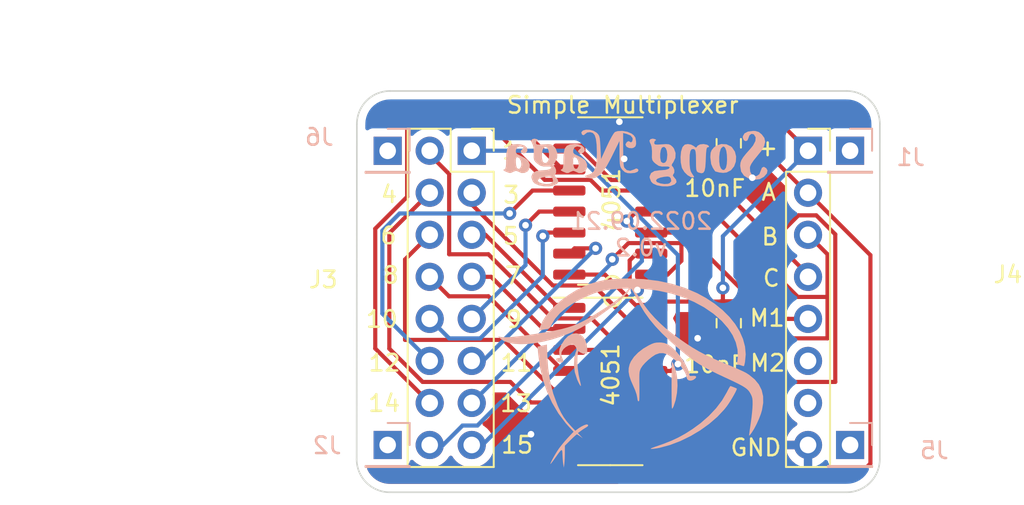
<source format=kicad_pcb>
(kicad_pcb (version 20211014) (generator pcbnew)
  (layers (0 "F.Cu" signal) (31 "B.Cu" signal) (34 "B.Paste" user) (35 "F.Paste" user) (36 "B.SilkS" user "B.Silkscreen") (37 "F.SilkS" user "F.Silkscreen") (38 "B.Mask" user) (39 "F.Mask" user) (44 "Edge.Cuts" user))
  (net 0 "")
  (net 1 "+3V3_A")
  (net 2 "GND")
  (net 3 "DRIFT")
  (net 4 "SHIFT")
  (net 5 "HOWL")
  (net 6 "SLITHER")
  (net 7 "CHANNEL_SELECT_A")
  (net 8 "CHANNEL_SELECT_B")
  (net 9 "CHANNEL_SELECT_C")
  (net 10 "MUX_1_SIGNAL")
  (net 11 "MUX_2_SIGNAL")
  (net 17 "GROWL")
  (net 18 "R")
  (net 19 "D")
  (net 20 "A")
  (net 21 "S")
  (net 22 "PD_MOD")
  (net 23 "PS_MOD")
  (net 24 "PH_MOD")
  (net 25 "SD_MOD")
  (net 26 "SS_MOD")
  (net 27 "SH_MOD")
  (net 28 "D|R")
  (footprint "Package_SO:SOIC-16_3.9x9.9mm_P1.27mm" (layer "F.Cu") (at 238.8 137.51 180)
    (fp_text reference "U2")
    (fp_text value "4051" (at -0.08 0.08 270) (layer "F.SilkS"))
    (pad "1" smd roundrect (at -2.475 -4.445 180) (size 1.95 0.6) (layers "F.Cu" "F.Paste" "F.Mask") (net 6 "SLITHER"))
    (pad "2" smd roundrect (at -2.475 -3.175 180) (size 1.95 0.6) (layers "F.Cu" "F.Paste" "F.Mask") (net 26 "SS_MOD"))
    (pad "3" smd roundrect (at -2.475 -1.905 180) (size 1.95 0.6) (layers "F.Cu" "F.Paste" "F.Mask") (net 10 "MUX_1_SIGNAL"))
    (pad "4" smd roundrect (at -2.475 -0.635 180) (size 1.95 0.6) (layers "F.Cu" "F.Paste" "F.Mask") (net 27 "SH_MOD"))
    (pad "5" smd roundrect (at -2.475 0.635 180) (size 1.95 0.6) (layers "F.Cu" "F.Paste" "F.Mask") (net 25 "SD_MOD"))
    (pad "6" smd roundrect (at -2.475 1.905 180) (size 1.95 0.6) (layers "F.Cu" "F.Paste" "F.Mask") (net 2 "GND"))
    (pad "7" smd roundrect (at -2.475 3.175 180) (size 1.95 0.6) (layers "F.Cu" "F.Paste" "F.Mask") (net 2 "GND"))
    (pad "8" smd roundrect (at -2.475 4.445 180) (size 1.95 0.6) (layers "F.Cu" "F.Paste" "F.Mask") (net 2 "GND"))
    (pad "9" smd roundrect (at 2.475 4.445 180) (size 1.95 0.6) (layers "F.Cu" "F.Paste" "F.Mask") (net 9 "CHANNEL_SELECT_C"))
    (pad "10" smd roundrect (at 2.475 3.175 180) (size 1.95 0.6) (layers "F.Cu" "F.Paste" "F.Mask") (net 8 "CHANNEL_SELECT_B"))
    (pad "11" smd roundrect (at 2.475 1.905 180) (size 1.95 0.6) (layers "F.Cu" "F.Paste" "F.Mask") (net 7 "CHANNEL_SELECT_A"))
    (pad "12" smd roundrect (at 2.475 0.635 180) (size 1.95 0.6) (layers "F.Cu" "F.Paste" "F.Mask") (net 24 "PH_MOD"))
    (pad "13" smd roundrect (at 2.475 -0.635 180) (size 1.95 0.6) (layers "F.Cu" "F.Paste" "F.Mask") (net 28 "D|R"))
    (pad "14" smd roundrect (at 2.475 -1.905 180) (size 1.95 0.6) (layers "F.Cu" "F.Paste" "F.Mask") (net 22 "PD_MOD"))
    (pad "15" smd roundrect (at 2.475 -3.175 180) (size 1.95 0.6) (layers "F.Cu" "F.Paste" "F.Mask") (net 23 "PS_MOD"))
    (pad "16" smd roundrect (at 2.475 -4.445 180) (size 1.95 0.6) (layers "F.Cu" "F.Paste" "F.Mask") (net 1 "+3V3_A"))
  )
  (footprint "Connector_PinSocket_2.54mm:PinSocket_1x08_P2.54mm_Vertical" (layer "F.Cu") (at 250.75 134.47)
    (fp_text reference "J4" (at 12.08 7.48) (layer "F.SilkS"))
    (fp_text value locked "Conn_01x08_Female")
    (pad "1" thru_hole rect (at 0 0) (size 1.7 1.7) (drill 1) (layers *.Cu *.Mask) (net 1 "+3V3_A"))
    (pad "2" thru_hole oval (at 0 2.54) (size 1.7 1.7) (drill 1) (layers *.Cu *.Mask) (net 7 "CHANNEL_SELECT_A"))
    (pad "3" thru_hole oval (at 0 5.08) (size 1.7 1.7) (drill 1) (layers *.Cu *.Mask) (net 8 "CHANNEL_SELECT_B"))
    (pad "4" thru_hole oval (at 0 7.62) (size 1.7 1.7) (drill 1) (layers *.Cu *.Mask) (net 9 "CHANNEL_SELECT_C"))
    (pad "5" thru_hole oval (at 0 10.16) (size 1.7 1.7) (drill 1) (layers *.Cu *.Mask) (net 10 "MUX_1_SIGNAL"))
    (pad "6" thru_hole oval (at 0 12.7) (size 1.7 1.7) (drill 1) (layers *.Cu *.Mask) (net 11 "MUX_2_SIGNAL"))
    (pad "7" thru_hole oval (at 0 15.24) (size 1.7 1.7) (drill 1) (layers *.Cu *.Mask))
    (pad "8" thru_hole oval (at 0 17.78) (size 1.7 1.7) (drill 1) (layers *.Cu *.Mask) (net 2 "GND"))
  )
  (footprint "Capacitor_SMD:C_0805_2012Metric" (layer "F.Cu") (at 245.96 144.89 -90)
    (fp_text reference "C2")
    (fp_text value "10nF" (at 2.5 0.85 180) (layer "F.SilkS"))
    (pad "1" smd roundrect (at -0.95 0 270) (size 1 1.45) (layers "F.Cu" "F.Paste" "F.Mask") (net 1 "+3V3_A"))
    (pad "2" smd roundrect (at 0.95 0 270) (size 1 1.45) (layers "F.Cu" "F.Paste" "F.Mask") (net 2 "GND"))
  )
  (footprint "Capacitor_SMD:C_0805_2012Metric" (layer "F.Cu") (at 245.96 134.02 -90)
    (fp_text reference "C1")
    (fp_text value "10nF" (at 2.72 0.84 180) (layer "F.SilkS"))
    (pad "1" smd roundrect (at -0.95 0 270) (size 1 1.45) (layers "F.Cu" "F.Paste" "F.Mask") (net 1 "+3V3_A"))
    (pad "2" smd roundrect (at 0.95 0 270) (size 1 1.45) (layers "F.Cu" "F.Paste" "F.Mask") (net 2 "GND"))
  )
  (footprint "Connector_PinSocket_2.54mm:PinSocket_2x08_P2.54mm_Vertical" (layer "F.Cu") (at 230.43 134.47)
    (fp_text reference "J3" (at -8.97 7.79) (layer "F.SilkS"))
    (fp_text value "Conn_02x08_Counter_Clockwise")
    (pad "1" thru_hole rect (at 0 0) (size 1.7 1.7) (drill 1) (layers *.Cu *.Mask) (net 3 "DRIFT"))
    (pad "2" thru_hole oval (at -2.54 0) (size 1.7 1.7) (drill 1) (layers *.Cu *.Mask) (net 4 "SHIFT"))
    (pad "3" thru_hole oval (at 0 2.54) (size 1.7 1.7) (drill 1) (layers *.Cu *.Mask) (net 17 "GROWL"))
    (pad "4" thru_hole oval (at -2.54 2.54) (size 1.7 1.7) (drill 1) (layers *.Cu *.Mask) (net 5 "HOWL"))
    (pad "5" thru_hole oval (at 0 5.08) (size 1.7 1.7) (drill 1) (layers *.Cu *.Mask) (net 18 "R"))
    (pad "6" thru_hole oval (at -2.54 5.08) (size 1.7 1.7) (drill 1) (layers *.Cu *.Mask) (net 19 "D"))
    (pad "7" thru_hole oval (at 0 7.62) (size 1.7 1.7) (drill 1) (layers *.Cu *.Mask) (net 20 "A"))
    (pad "8" thru_hole oval (at -2.54 7.62) (size 1.7 1.7) (drill 1) (layers *.Cu *.Mask) (net 21 "S"))
    (pad "9" thru_hole oval (at 0 10.16) (size 1.7 1.7) (drill 1) (layers *.Cu *.Mask) (net 28 "D|R"))
    (pad "10" thru_hole oval (at -2.54 10.16) (size 1.7 1.7) (drill 1) (layers *.Cu *.Mask) (net 22 "PD_MOD"))
    (pad "11" thru_hole oval (at 0 12.7) (size 1.7 1.7) (drill 1) (layers *.Cu *.Mask) (net 23 "PS_MOD"))
    (pad "12" thru_hole oval (at -2.54 12.7) (size 1.7 1.7) (drill 1) (layers *.Cu *.Mask) (net 24 "PH_MOD"))
    (pad "13" thru_hole oval (at 0 15.24) (size 1.7 1.7) (drill 1) (layers *.Cu *.Mask) (net 6 "SLITHER"))
    (pad "14" thru_hole oval (at -2.54 15.24) (size 1.7 1.7) (drill 1) (layers *.Cu *.Mask) (net 25 "SD_MOD"))
    (pad "15" thru_hole oval (at 0 17.78) (size 1.7 1.7) (drill 1) (layers *.Cu *.Mask) (net 26 "SS_MOD"))
    (pad "16" thru_hole oval (at -2.54 17.78) (size 1.7 1.7) (drill 1) (layers *.Cu *.Mask) (net 27 "SH_MOD"))
  )
  (footprint "Package_SO:SOIC-16_3.9x9.9mm_P1.27mm" (layer "F.Cu") (at 238.8 148.41)
    (fp_text reference "U1")
    (fp_text value "4051" (at 0.03 -0.39 90) (layer "F.SilkS"))
    (pad "1" smd roundrect (at -2.475 -4.445) (size 1.95 0.6) (layers "F.Cu" "F.Paste" "F.Mask") (net 18 "R"))
    (pad "2" smd roundrect (at -2.475 -3.175) (size 1.95 0.6) (layers "F.Cu" "F.Paste" "F.Mask") (net 20 "A"))
    (pad "3" smd roundrect (at -2.475 -1.905) (size 1.95 0.6) (layers "F.Cu" "F.Paste" "F.Mask") (net 10 "MUX_1_SIGNAL"))
    (pad "4" smd roundrect (at -2.475 -0.635) (size 1.95 0.6) (layers "F.Cu" "F.Paste" "F.Mask") (net 21 "S"))
    (pad "5" smd roundrect (at -2.475 0.635) (size 1.95 0.6) (layers "F.Cu" "F.Paste" "F.Mask") (net 19 "D"))
    (pad "6" smd roundrect (at -2.475 1.905) (size 1.95 0.6) (layers "F.Cu" "F.Paste" "F.Mask") (net 2 "GND"))
    (pad "7" smd roundrect (at -2.475 3.175) (size 1.95 0.6) (layers "F.Cu" "F.Paste" "F.Mask") (net 2 "GND"))
    (pad "8" smd roundrect (at -2.475 4.445) (size 1.95 0.6) (layers "F.Cu" "F.Paste" "F.Mask") (net 2 "GND"))
    (pad "9" smd roundrect (at 2.475 4.445) (size 1.95 0.6) (layers "F.Cu" "F.Paste" "F.Mask") (net 9 "CHANNEL_SELECT_C"))
    (pad "10" smd roundrect (at 2.475 3.175) (size 1.95 0.6) (layers "F.Cu" "F.Paste" "F.Mask") (net 8 "CHANNEL_SELECT_B"))
    (pad "11" smd roundrect (at 2.475 1.905) (size 1.95 0.6) (layers "F.Cu" "F.Paste" "F.Mask") (net 7 "CHANNEL_SELECT_A"))
    (pad "12" smd roundrect (at 2.475 0.635) (size 1.95 0.6) (layers "F.Cu" "F.Paste" "F.Mask") (net 5 "HOWL"))
    (pad "13" smd roundrect (at 2.475 -0.635) (size 1.95 0.6) (layers "F.Cu" "F.Paste" "F.Mask") (net 3 "DRIFT"))
    (pad "14" smd roundrect (at 2.475 -1.905) (size 1.95 0.6) (layers "F.Cu" "F.Paste" "F.Mask") (net 4 "SHIFT"))
    (pad "15" smd roundrect (at 2.475 -3.175) (size 1.95 0.6) (layers "F.Cu" "F.Paste" "F.Mask") (net 17 "GROWL"))
    (pad "16" smd roundrect (at 2.475 -4.445) (size 1.95 0.6) (layers "F.Cu" "F.Paste" "F.Mask") (net 1 "+3V3_A"))
  )
  (footprint "LOGO" (layer "B.Cu") (at 240.04 147.98 180)
    (fp_text reference "G1" hide)
    (fp_text value "LOGO" hide)
  )
  (footprint "Connector_PinHeader_2.54mm:PinHeader_1x01_P2.54mm_Vertical" (layer "B.Cu") (at 253.29 152.25 180)
    (fp_text reference "J5" (at -5.09 -0.33) (layer "B.SilkS") (effects (justify mirror)))
    (fp_text value "Conn_01x01_Male")
    (pad "1" thru_hole rect (at 0 0 180) (size 1.7 1.7) (drill 1) (layers *.Cu *.Mask))
  )
  (footprint "Connector_PinHeader_2.54mm:PinHeader_1x01_P2.54mm_Vertical" (layer "B.Cu") (at 225.35 134.475 180)
    (fp_text reference "J6" (at 4.13 0.83) (layer "B.SilkS") (effects (justify mirror)))
    (fp_text value "Conn_01x01_Male")
    (pad "1" thru_hole rect (at 0 0 180) (size 1.7 1.7) (drill 1) (layers *.Cu *.Mask))
  )
  (footprint "Connector_PinHeader_2.54mm:PinHeader_1x01_P2.54mm_Vertical" (layer "B.Cu") (at 253.29 134.47 180)
    (fp_text reference "J1" (at -3.66 -0.4) (layer "B.SilkS") (effects (justify mirror)))
    (fp_text value "Conn_01x01_Male")
    (pad "1" thru_hole rect (at 0 0 180) (size 1.7 1.7) (drill 1) (layers *.Cu *.Mask))
  )
  (footprint "Connector_PinHeader_2.54mm:PinHeader_1x01_P2.54mm_Vertical" (layer "B.Cu") (at 225.35 152.25 180)
    (fp_text reference "J2" (at 3.66 -0.03) (layer "B.SilkS") (effects (justify mirror)))
    (fp_text value "Conn_01x01_Male")
    (pad "1" thru_hole rect (at 0 0 180) (size 1.7 1.7) (drill 1) (layers *.Cu *.Mask))
  )
  (footprint "LOGO" (layer "B.Cu") (at 240.3 134.57 180)
    (fp_text reference "G2" hide)
    (fp_text value "LOGO" hide)
  )
  (gr_arc (start 238.44 142.55) (mid 238.94 142.05) (end 239.44 142.55) (layer "F.SilkS") (width 0.15))
  (gr_arc (start 239.44 143.37) (mid 238.94 143.87) (end 238.44 143.37) (layer "F.SilkS") (width 0.15))
  (gr_arc (start 225.475786 155.105786) (mid 224.061586 154.519994) (end 223.475786 153.105786) (layer "Edge.Cuts") (width 0.1))
  (gr_line (start 255.09 132.86) (end 255.085786 153.105786) (layer "Edge.Cuts") (width 0.1))
  (gr_arc (start 253.09 130.86) (mid 254.504214 131.445786) (end 255.09 132.86) (layer "Edge.Cuts") (width 0.1))
  (gr_line (start 253.085786 155.105786) (end 225.475786 155.105786) (layer "Edge.Cuts") (width 0.1))
  (gr_line (start 223.475786 153.105786) (end 223.49 132.86) (layer "Edge.Cuts") (width 0.1))
  (gr_arc (start 255.085786 153.105786) (mid 254.500004 154.520004) (end 253.085786 155.105786) (layer "Edge.Cuts") (width 0.1))
  (gr_arc (start 223.49 132.86) (mid 224.075786 131.445786) (end 225.49 130.86) (layer "Edge.Cuts") (width 0.1))
  (gr_line (start 225.49 130.86) (end 253.09 130.86) (layer "Edge.Cuts") (width 0.1))
  (gr_text "2022.09.21\nv0.2" (at 240.66 139.53) (layer "B.SilkS") (effects (font (size 1 1)) (justify mirror)))
  (gr_text "M1" (at 248.28 144.58) (layer "F.SilkS") (effects (font (size 1 1))))
  (gr_text "13" (at 233.11 149.74) (layer "F.SilkS") (effects (font (size 1 1))))
  (gr_text "4" (at 225.43 137.11) (layer "F.SilkS") (effects (font (size 1 1))))
  (gr_text "9" (at 232.97 144.66) (layer "F.SilkS") (effects (font (size 1 1))))
  (gr_text "1" (at 232.75 134.48) (layer "F.SilkS") (effects (font (size 1 1))))
  (gr_text "C" (at 248.53 142.17) (layer "F.SilkS") (effects (font (size 1 1))))
  (gr_text "A" (at 248.38 136.97) (layer "F.SilkS") (effects (font (size 1 1))))
  (gr_text "7" (at 232.93 142.02) (layer "F.SilkS") (effects (font (size 1 1))))
  (gr_text "3" (at 232.82 137.14) (layer "F.SilkS") (effects (font (size 1 1))))
  (gr_text "6" (at 225.4 139.6) (layer "F.SilkS") (effects (font (size 1 1))))
  (gr_text "5" (at 232.79 139.63) (layer "F.SilkS") (effects (font (size 1 1))))
  (gr_text "14" (at 225.14 149.73) (layer "F.SilkS") (effects (font (size 1 1))))
  (gr_text "GND" (at 247.6 152.41) (layer "F.SilkS") (effects (font (size 1 1))))
  (gr_text "+" (at 248.31 134.28) (layer "F.SilkS") (effects (font (size 1 1))))
  (gr_text "11" (at 233.13 147.3) (layer "F.SilkS") (effects (font (size 1 1))))
  (gr_text "10" (at 225 144.65) (layer "F.SilkS") (effects (font (size 1 1))))
  (gr_text "Simple Multiplexer" (at 239.55 131.71) (layer "F.SilkS") (effects (font (size 1 1))))
  (gr_text "M2" (at 248.31 147.3) (layer "F.SilkS") (effects (font (size 1 1))))
  (gr_text "B" (at 248.45 139.67) (layer "F.SilkS") (effects (font (size 1 1))))
  (gr_text "15" (at 233.17 152.25) (layer "F.SilkS") (effects (font (size 1 1))))
  (gr_text "8" (at 225.54 141.99) (layer "F.SilkS") (effects (font (size 1 1))))
  (gr_text "12" (at 225.16 147.29) (layer "F.SilkS") (effects (font (size 1 1))))
  (segment (start 240.4939 143.965) (end 241.275 143.965) (width 0.25) (layer "F.Cu") (net 1))
  (segment (start 245.6054 143.5854) (end 245.96 143.94) (width 0.25) (layer "F.Cu") (net 1))
  (segment (start 236.325 141.955) (end 238.4839 141.955) (width 0.25) (layer "F.Cu") (net 1))
  (segment (start 250.75 134.47) (end 249.35 133.07) (width 0.25) (layer "F.Cu") (net 1))
  (segment (start 245.6054 142.7573) (end 245.6054 143.5854) (width 0.25) (layer "F.Cu") (net 1))
  (segment (start 238.4839 141.955) (end 240.4939 143.965) (width 0.25) (layer "F.Cu") (net 1))
  (segment (start 249.35 133.07) (end 245.96 133.07) (width 0.25) (layer "F.Cu") (net 1))
  (segment (start 241.6546 143.5854) (end 245.6054 143.5854) (width 0.25) (layer "F.Cu") (net 1))
  (segment (start 241.275 143.965) (end 241.6546 143.5854) (width 0.25) (layer "F.Cu") (net 1))
  (via (at 245.6054 142.7573) (size 0.8) (drill 0.4) (layers "F.Cu" "B.Cu") (net 1))
  (segment (start 250.75 134.47) (end 250.75 134.49) (width 0.25) (layer "B.Cu") (net 1))
  (segment (start 250.75 134.49) (end 245.6054 139.6346) (width 0.25) (layer "B.Cu") (net 1))
  (segment (start 245.6054 139.6346) (end 245.6054 142.7573) (width 0.25) (layer "B.Cu") (net 1))
  (segment (start 241.275 133.065) (end 240.93 132.72) (width 0.25) (layer "F.Cu") (net 2))
  (segment (start 240.93 132.72) (end 239.35 132.72) (width 0.25) (layer "F.Cu") (net 2))
  (segment (start 240.265 134.335) (end 239.64 134.96) (width 0.25) (layer "F.Cu") (net 2))
  (segment (start 241.275 134.335) (end 240.265 134.335) (width 0.25) (layer "F.Cu") (net 2))
  (via (at 239.64 134.96) (size 0.8) (drill 0.4) (layers "F.Cu" "B.Cu") (net 2))
  (via (at 244.08 145.8) (size 0.8) (drill 0.4) (layers "F.Cu" "B.Cu") (net 2))
  (via (at 234.01 151.6) (size 0.8) (drill 0.4) (layers "F.Cu" "B.Cu") (net 2))
  (via (at 247.38 136.1) (size 0.8) (drill 0.4) (layers "F.Cu" "B.Cu") (net 2))
  (via (at 239.35 132.72) (size 0.8) (drill 0.4) (layers "F.Cu" "B.Cu") (net 2))
  (segment (start 241.275 147.775) (end 242.4699 147.775) (width 0.25) (layer "F.Cu") (net 3))
  (segment (start 242.4699 147.775) (end 242.8848 147.3601) (width 0.25) (layer "F.Cu") (net 3))
  (via (at 242.8848 147.3601) (size 0.8) (drill 0.4) (layers "F.Cu" "B.Cu") (net 3))
  (segment (start 230.43 134.47) (end 236.5822 134.47) (width 0.25) (layer "B.Cu") (net 3))
  (segment (start 242.8848 140.7726) (end 242.8848 147.3601) (width 0.25) (layer "B.Cu") (net 3))
  (segment (start 236.5822 134.47) (end 242.8848 140.7726) (width 0.25) (layer "B.Cu") (net 3))
  (segment (start 231.4359 140.7254) (end 229.0653 140.7254) (width 0.25) (layer "F.Cu") (net 4))
  (segment (start 229.0653 135.8753) (end 227.89 134.7) (width 0.25) (layer "F.Cu") (net 4))
  (segment (start 229.0653 140.7254) (end 229.0653 135.8753) (width 0.25) (layer "F.Cu") (net 4))
  (segment (start 237.6671 144.6) (end 235.3105 144.6) (width 0.25) (layer "F.Cu") (net 4))
  (segment (start 239.5721 146.505) (end 237.6671 144.6) (width 0.25) (layer "F.Cu") (net 4))
  (segment (start 241.275 146.505) (end 239.5721 146.505) (width 0.25) (layer "F.Cu") (net 4))
  (segment (start 227.89 134.7) (end 227.89 134.47) (width 0.25) (layer "F.Cu") (net 4))
  (segment (start 235.3105 144.6) (end 231.4359 140.7254) (width 0.25) (layer "F.Cu") (net 4))
  (segment (start 232.7647 148.44) (end 227.4615 148.44) (width 0.25) (layer "F.Cu") (net 5))
  (segment (start 225.45 139.45) (end 227.89 137.01) (width 0.25) (layer "F.Cu") (net 5))
  (segment (start 225.45 146.4285) (end 225.45 139.45) (width 0.25) (layer "F.Cu") (net 5))
  (segment (start 227.4615 148.44) (end 225.45 146.4285) (width 0.25) (layer "F.Cu") (net 5))
  (segment (start 234.0047 149.68) (end 232.7647 148.44) (width 0.25) (layer "F.Cu") (net 5))
  (segment (start 241.275 149.045) (end 240.64 149.68) (width 0.25) (layer "F.Cu") (net 5))
  (segment (start 240.64 149.68) (end 234.0047 149.68) (width 0.25) (layer "F.Cu") (net 5))
  (segment (start 239.9 140.05) (end 238.92 141.03) (width 0.25) (layer "F.Cu") (net 6))
  (segment (start 243.1 140.05) (end 239.9 140.05) (width 0.25) (layer "F.Cu") (net 6))
  (segment (start 243.1 141.12) (end 243.1 140.05) (width 0.25) (layer "F.Cu") (net 6))
  (segment (start 241.275 141.955) (end 242.265 141.955) (width 0.25) (layer "F.Cu") (net 6))
  (segment (start 242.265 141.955) (end 243.1 141.12) (width 0.25) (layer "F.Cu") (net 6))
  (via (at 238.92 141.03) (size 0.8) (drill 0.4) (layers "F.Cu" "B.Cu") (net 6))
  (segment (start 230.43 149.71) (end 238.92 141.22) (width 0.25) (layer "B.Cu") (net 6))
  (segment (start 238.92 141.22) (end 238.92 141.03) (width 0.25) (layer "B.Cu") (net 6))
  (segment (start 250.69 137.01) (end 250.75 137.01) (width 0.25) (layer "F.Cu") (net 7))
  (segment (start 244.5133 134.02) (end 247.7 134.02) (width 0.25) (layer "F.Cu") (net 7))
  (segment (start 254.52 153.37) (end 253.68 154.21) (width 0.25) (layer "F.Cu") (net 7))
  (segment (start 254.52 140.78) (end 254.52 153.37) (width 0.25) (layer "F.Cu") (net 7))
  (segment (start 239.22 151.42) (end 240.325 150.315) (width 0.25) (layer "F.Cu") (net 7))
  (segment (start 235.9161 135.605) (end 234.12 133.8089) (width 0.25) (layer "F.Cu") (net 7))
  (segment (start 247.7 134.02) (end 250.69 137.01) (width 0.25) (layer "F.Cu") (net 7))
  (segment (start 240.325 150.315) (end 241.275 150.315) (width 0.25) (layer "F.Cu") (net 7))
  (segment (start 240.05 154.21) (end 239.22 153.38) (width 0.25) (layer "F.Cu") (net 7))
  (segment (start 239.22 153.38) (end 239.22 151.42) (width 0.25) (layer "F.Cu") (net 7))
  (segment (start 253.68 154.21) (end 240.05 154.21) (width 0.25) (layer "F.Cu") (net 7))
  (segment (start 234.12 131.75) (end 242.2433 131.75) (width 0.25) (layer "F.Cu") (net 7))
  (segment (start 234.12 133.8089) (end 234.12 131.75) (width 0.25) (layer "F.Cu") (net 7))
  (segment (start 250.75 137.01) (end 254.52 140.78) (width 0.25) (layer "F.Cu") (net 7))
  (segment (start 236.325 135.605) (end 235.9161 135.605) (width 0.25) (layer "F.Cu") (net 7))
  (segment (start 242.2433 131.75) (end 244.5133 134.02) (width 0.25) (layer "F.Cu") (net 7))
  (segment (start 249.1374 145.8054) (end 243.3578 151.585) (width 0.25) (layer "F.Cu") (net 8))
  (segment (start 250.75 139.55) (end 251.9272 140.7272) (width 0.25) (layer "F.Cu") (net 8))
  (segment (start 251.9272 140.7272) (end 251.9272 143.303) (width 0.25) (layer "F.Cu") (net 8))
  (segment (start 250.133 143.303) (end 243.07 136.24) (width 0.25) (layer "F.Cu") (net 8))
  (segment (start 238.8631 136.24) (end 236.9581 134.335) (width 0.25) (layer "F.Cu") (net 8))
  (segment (start 251.9272 143.303) (end 251.9272 145.8054) (width 0.25) (layer "F.Cu") (net 8))
  (segment (start 243.07 136.24) (end 238.8631 136.24) (width 0.25) (layer "F.Cu") (net 8))
  (segment (start 236.9581 134.335) (end 236.325 134.335) (width 0.25) (layer "F.Cu") (net 8))
  (segment (start 251.9272 145.8054) (end 249.1374 145.8054) (width 0.25) (layer "F.Cu") (net 8))
  (segment (start 243.3578 151.585) (end 241.275 151.585) (width 0.25) (layer "F.Cu") (net 8))
  (segment (start 251.9272 143.303) (end 250.133 143.303) (width 0.25) (layer "F.Cu") (net 8))
  (segment (start 248.6541 139.8844) (end 248.6744 139.8844) (width 0.25) (layer "F.Cu") (net 9))
  (segment (start 252.3958 148.44) (end 252.3958 139.5207) (width 0.25) (layer "F.Cu") (net 9))
  (segment (start 252.3958 139.5207) (end 251.2494 138.3743) (width 0.25) (layer "F.Cu") (net 9))
  (segment (start 248.6744 139.8844) (end 250.75 141.96) (width 0.25) (layer "F.Cu") (net 9))
  (segment (start 243.9787 152.855) (end 248.3937 148.44) (width 0.25) (layer "F.Cu") (net 9))
  (segment (start 250.75 141.96) (end 250.75 142.09) (width 0.25) (layer "F.Cu") (net 9))
  (segment (start 251.2494 138.3743) (end 250.1642 138.3743) (width 0.25) (layer "F.Cu") (net 9))
  (segment (start 248.6541 139.8844) (end 242.4787 133.709) (width 0.25) (layer "F.Cu") (net 9))
  (segment (start 241.275 152.855) (end 243.9787 152.855) (width 0.25) (layer "F.Cu") (net 9))
  (segment (start 236.969 133.709) (end 236.325 133.065) (width 0.25) (layer "F.Cu") (net 9))
  (segment (start 242.4787 133.709) (end 236.969 133.709) (width 0.25) (layer "F.Cu") (net 9))
  (segment (start 248.3937 148.44) (end 252.3958 148.44) (width 0.25) (layer "F.Cu") (net 9))
  (segment (start 250.1642 138.3743) (end 248.6541 139.8844) (width 0.25) (layer "F.Cu") (net 9))
  (segment (start 250.75 144.63) (end 249.5747 144.63) (width 0.25) (layer "F.Cu") (net 10))
  (segment (start 248.6477 144.7633) (end 248.781 144.63) (width 0.25) (layer "F.Cu") (net 10))
  (segment (start 248.781 144.63) (end 249.5747 144.63) (width 0.25) (layer "F.Cu") (net 10))
  (segment (start 236.325 146.505) (end 238.3033 146.505) (width 0.25) (layer "F.Cu") (net 10))
  (segment (start 238.3033 146.505) (end 240.2083 148.41) (width 0.25) (layer "F.Cu") (net 10))
  (segment (start 243.2993 139.415) (end 241.275 139.415) (width 0.25) (layer "F.Cu") (net 10))
  (segment (start 248.6477 144.7633) (end 243.2993 139.415) (width 0.25) (layer "F.Cu") (net 10))
  (segment (start 245.001 148.41) (end 248.6477 144.7633) (width 0.25) (layer "F.Cu") (net 10))
  (segment (start 240.2083 148.41) (end 245.001 148.41) (width 0.25) (layer "F.Cu") (net 10))
  (segment (start 237.7966 142.6136) (end 240.418 145.235) (width 0.25) (layer "F.Cu") (net 17))
  (segment (start 240.418 145.235) (end 241.275 145.235) (width 0.25) (layer "F.Cu") (net 17))
  (segment (start 235.3332 142.6136) (end 237.7966 142.6136) (width 0.25) (layer "F.Cu") (net 17))
  (segment (start 230.43 137.7104) (end 235.3332 142.6136) (width 0.25) (layer "F.Cu") (net 17))
  (segment (start 230.43 137.01) (end 230.43 137.7104) (width 0.25) (layer "F.Cu") (net 17))
  (segment (start 236.325 143.965) (end 235.675 143.965) (width 0.25) (layer "F.Cu") (net 18))
  (segment (start 235.675 143.965) (end 231.26 139.55) (width 0.25) (layer "F.Cu") (net 18))
  (segment (start 231.26 139.55) (end 230.43 139.55) (width 0.25) (layer "F.Cu") (net 18))
  (segment (start 226.4 145.9) (end 226.4 141.04) (width 0.25) (layer "F.Cu") (net 19))
  (segment (start 235.4983 149.045) (end 232.3533 145.9) (width 0.25) (layer "F.Cu") (net 19))
  (segment (start 226.4 141.04) (end 227.89 139.55) (width 0.25) (layer "F.Cu") (net 19))
  (segment (start 232.3533 145.9) (end 226.4 145.9) (width 0.25) (layer "F.Cu") (net 19))
  (segment (start 236.325 149.045) (end 235.4983 149.045) (width 0.25) (layer "F.Cu") (net 19))
  (segment (start 230.43 142.09) (end 231.6053 142.09) (width 0.25) (layer "F.Cu") (net 20))
  (segment (start 236.325 145.235) (end 234.7503 145.235) (width 0.25) (layer "F.Cu") (net 20))
  (segment (start 234.7503 145.235) (end 231.6053 142.09) (width 0.25) (layer "F.Cu") (net 20))
  (segment (start 236.325 147.775) (end 235.9455 147.775) (width 0.25) (layer "F.Cu") (net 21))
  (segment (start 227.89 142.1) (end 227.89 142.09) (width 0.25) (layer "F.Cu") (net 21))
  (segment (start 235.9455 147.775) (end 231.4358 143.2653) (width 0.25) (layer "F.Cu") (net 21))
  (segment (start 229.0553 143.2653) (end 227.89 142.1) (width 0.25) (layer "F.Cu") (net 21))
  (segment (start 231.4358 143.2653) (end 229.0553 143.2653) (width 0.25) (layer "F.Cu") (net 21))
  (segment (start 236.325 139.415) (end 234.9334 139.415) (width 0.25) (layer "F.Cu") (net 22))
  (segment (start 234.9334 139.415) (end 234.7241 139.6243) (width 0.25) (layer "F.Cu") (net 22))
  (via (at 234.7241 139.6243) (size 0.8) (drill 0.4) (layers "F.Cu" "B.Cu") (net 22))
  (segment (start 227.89 144.63) (end 229.0701 145.8101) (width 0.25) (layer "B.Cu") (net 22))
  (segment (start 230.9401 145.8101) (end 234.7241 142.0261) (width 0.25) (layer "B.Cu") (net 22))
  (segment (start 229.0701 145.8101) (end 230.9401 145.8101) (width 0.25) (layer "B.Cu") (net 22))
  (segment (start 234.7241 142.0261) (end 234.7241 139.6243) (width 0.25) (layer "B.Cu") (net 22))
  (segment (start 236.6427 140.3673) (end 236.325 140.685) (width 0.25) (layer "F.Cu") (net 23))
  (segment (start 237.9134 140.3673) (end 236.6427 140.3673) (width 0.25) (layer "F.Cu") (net 23))
  (via (at 237.9134 140.3673) (size 0.8) (drill 0.4) (layers "F.Cu" "B.Cu") (net 23))
  (segment (start 230.43 147.17) (end 231.1107 147.17) (width 0.25) (layer "B.Cu") (net 23))
  (segment (start 231.1107 147.17) (end 237.9134 140.3673) (width 0.25) (layer "B.Cu") (net 23))
  (segment (start 234.105 136.875) (end 232.72 138.26) (width 0.25) (layer "F.Cu") (net 24))
  (segment (start 236.325 136.875) (end 234.105 136.875) (width 0.25) (layer "F.Cu") (net 24))
  (via (at 232.72 138.26) (size 0.8) (drill 0.4) (layers "F.Cu" "B.Cu") (net 24))
  (segment (start 225.03 144.31) (end 227.89 147.17) (width 0.25) (layer "B.Cu") (net 24))
  (segment (start 226.07 138.26) (end 225.03 139.3) (width 0.25) (layer "B.Cu") (net 24))
  (segment (start 225.03 139.3) (end 225.03 144.31) (width 0.25) (layer "B.Cu") (net 24))
  (segment (start 232.72 138.26) (end 226.07 138.26) (width 0.25) (layer "B.Cu") (net 24))
  (segment (start 224.6 139.1802) (end 226.5254 137.2548) (width 0.25) (layer "F.Cu") (net 25))
  (segment (start 231 132.39) (end 234.841 136.231) (width 0.25) (layer "F.Cu") (net 25))
  (segment (start 226.5254 132.39) (end 231 132.39) (width 0.25) (layer "F.Cu") (net 25))
  (segment (start 234.841 136.231) (end 237.6064 136.231) (width 0.25) (layer "F.Cu") (net 25))
  (segment (start 238.2504 136.875) (end 241.275 136.875) (width 0.25) (layer "F.Cu") (net 25))
  (segment (start 226.5254 137.2548) (end 226.5254 132.39) (width 0.25) (layer "F.Cu") (net 25))
  (segment (start 237.6064 136.231) (end 238.2504 136.875) (width 0.25) (layer "F.Cu") (net 25))
  (segment (start 227.89 149.71) (end 224.6 146.42) (width 0.25) (layer "F.Cu") (net 25))
  (segment (start 224.6 146.42) (end 224.6 139.1802) (width 0.25) (layer "F.Cu") (net 25))
  (segment (start 239.9735 142.4189) (end 239.9735 141.0965) (width 0.25) (layer "F.Cu") (net 26))
  (segment (start 240.4377 142.8831) (end 239.9735 142.4189) (width 0.25) (layer "F.Cu") (net 26))
  (segment (start 240.385 140.685) (end 241.275 140.685) (width 0.25) (layer "F.Cu") (net 26))
  (segment (start 239.9735 141.0965) (end 240.385 140.685) (width 0.25) (layer "F.Cu") (net 26))
  (via (at 240.4377 142.8831) (size 0.8) (drill 0.4) (layers "F.Cu" "B.Cu") (net 26))
  (segment (start 230.43 152.25) (end 231.0708 152.25) (width 0.25) (layer "B.Cu") (net 26))
  (segment (start 231.0708 152.25) (end 240.4377 142.8831) (width 0.25) (layer "B.Cu") (net 26))
  (segment (start 240.3731 138.145) (end 241.275 138.145) (width 0.25) (layer "F.Cu") (net 27))
  (segment (start 239.7985 138.7196) (end 240.3731 138.145) (width 0.25) (layer "F.Cu") (net 27))
  (via (at 239.7985 138.7196) (size 0.8) (drill 0.4) (layers "F.Cu" "B.Cu") (net 27))
  (segment (start 230.7742 151.0747) (end 240.71 141.1389) (width 0.25) (layer "B.Cu") (net 27))
  (segment (start 240.71 141.1389) (end 240.71 139.6311) (width 0.25) (layer "B.Cu") (net 27))
  (segment (start 227.89 152.25) (end 228.6979 152.25) (width 0.25) (layer "B.Cu") (net 27))
  (segment (start 228.6979 152.25) (end 229.8732 151.0747) (width 0.25) (layer "B.Cu") (net 27))
  (segment (start 229.8732 151.0747) (end 230.7742 151.0747) (width 0.25) (layer "B.Cu") (net 27))
  (segment (start 240.71 139.6311) (end 239.7985 138.7196) (width 0.25) (layer "B.Cu") (net 27))
  (segment (start 236.325 138.145) (end 234.505 138.145) (width 0.25) (layer "F.Cu") (net 28))
  (segment (start 234.505 138.145) (end 233.68 138.97) (width 0.25) (layer "F.Cu") (net 28))
  (via (at 233.68 138.97) (size 0.8) (drill 0.4) (layers "F.Cu" "B.Cu") (net 28))
  (segment (start 230.43 144.63) (end 233.68 141.38) (width 0.25) (layer "B.Cu") (net 28))
  (segment (start 233.68 141.38) (end 233.68 138.97) (width 0.25) (layer "B.Cu") (net 28))
  (zone (net 2) (net_name "GND") (layers F&B.Cu) (connect_pads (clearance 0.508)) (min_thickness 0.254) (fill yes (thermal_gap 0.508) (thermal_bridge_width 0.508))
    (polygon (pts (xy 255.12 155.11) (xy 223.48 155.11) (xy 223.48 130.82) (xy 255.12 130.82)))
  )
)
</source>
